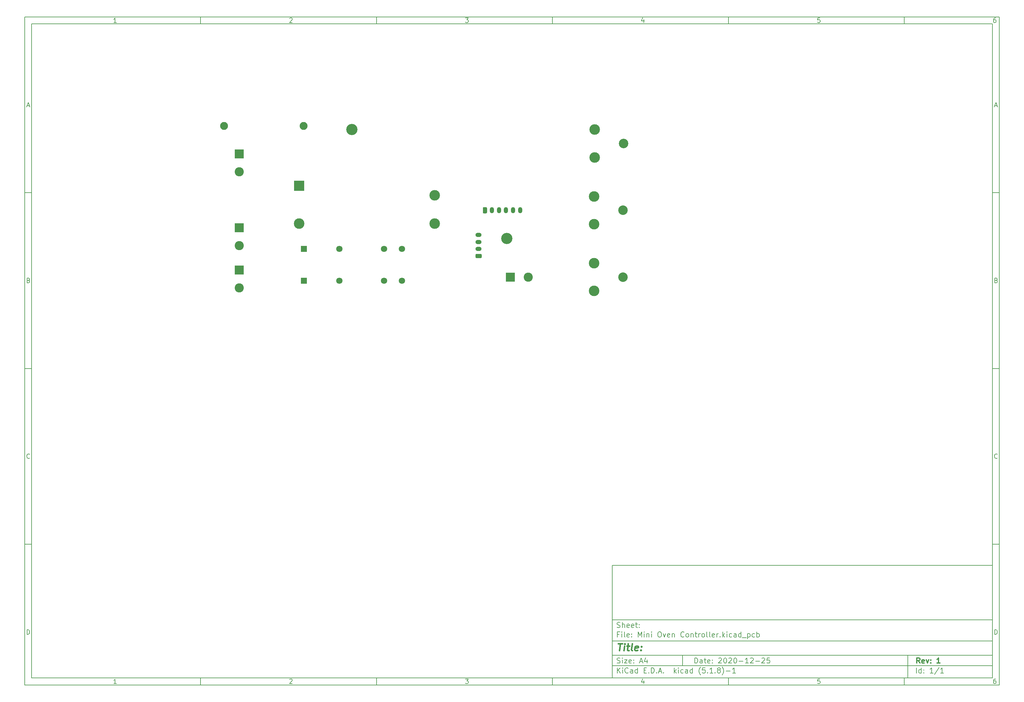
<source format=gbr>
G04 #@! TF.GenerationSoftware,KiCad,Pcbnew,(5.1.8)-1*
G04 #@! TF.CreationDate,2021-02-06T17:47:37+00:00*
G04 #@! TF.ProjectId,Mini Oven Controller,4d696e69-204f-4766-956e-20436f6e7472,1*
G04 #@! TF.SameCoordinates,Original*
G04 #@! TF.FileFunction,Soldermask,Bot*
G04 #@! TF.FilePolarity,Negative*
%FSLAX46Y46*%
G04 Gerber Fmt 4.6, Leading zero omitted, Abs format (unit mm)*
G04 Created by KiCad (PCBNEW (5.1.8)-1) date 2021-02-06 17:47:37*
%MOMM*%
%LPD*%
G01*
G04 APERTURE LIST*
%ADD10C,0.100000*%
%ADD11C,0.150000*%
%ADD12C,0.300000*%
%ADD13C,0.400000*%
%ADD14C,2.250000*%
%ADD15R,1.800000X1.800000*%
%ADD16C,1.800000*%
%ADD17C,3.000000*%
%ADD18C,2.700000*%
%ADD19R,2.600000X2.600000*%
%ADD20C,2.600000*%
%ADD21R,3.000000X3.000000*%
%ADD22C,3.200000*%
%ADD23O,1.200000X1.750000*%
%ADD24O,1.750000X1.200000*%
G04 APERTURE END LIST*
D10*
D11*
X177002200Y-166007200D02*
X177002200Y-198007200D01*
X285002200Y-198007200D01*
X285002200Y-166007200D01*
X177002200Y-166007200D01*
D10*
D11*
X10000000Y-10000000D02*
X10000000Y-200007200D01*
X287002200Y-200007200D01*
X287002200Y-10000000D01*
X10000000Y-10000000D01*
D10*
D11*
X12000000Y-12000000D02*
X12000000Y-198007200D01*
X285002200Y-198007200D01*
X285002200Y-12000000D01*
X12000000Y-12000000D01*
D10*
D11*
X60000000Y-12000000D02*
X60000000Y-10000000D01*
D10*
D11*
X110000000Y-12000000D02*
X110000000Y-10000000D01*
D10*
D11*
X160000000Y-12000000D02*
X160000000Y-10000000D01*
D10*
D11*
X210000000Y-12000000D02*
X210000000Y-10000000D01*
D10*
D11*
X260000000Y-12000000D02*
X260000000Y-10000000D01*
D10*
D11*
X36065476Y-11588095D02*
X35322619Y-11588095D01*
X35694047Y-11588095D02*
X35694047Y-10288095D01*
X35570238Y-10473809D01*
X35446428Y-10597619D01*
X35322619Y-10659523D01*
D10*
D11*
X85322619Y-10411904D02*
X85384523Y-10350000D01*
X85508333Y-10288095D01*
X85817857Y-10288095D01*
X85941666Y-10350000D01*
X86003571Y-10411904D01*
X86065476Y-10535714D01*
X86065476Y-10659523D01*
X86003571Y-10845238D01*
X85260714Y-11588095D01*
X86065476Y-11588095D01*
D10*
D11*
X135260714Y-10288095D02*
X136065476Y-10288095D01*
X135632142Y-10783333D01*
X135817857Y-10783333D01*
X135941666Y-10845238D01*
X136003571Y-10907142D01*
X136065476Y-11030952D01*
X136065476Y-11340476D01*
X136003571Y-11464285D01*
X135941666Y-11526190D01*
X135817857Y-11588095D01*
X135446428Y-11588095D01*
X135322619Y-11526190D01*
X135260714Y-11464285D01*
D10*
D11*
X185941666Y-10721428D02*
X185941666Y-11588095D01*
X185632142Y-10226190D02*
X185322619Y-11154761D01*
X186127380Y-11154761D01*
D10*
D11*
X236003571Y-10288095D02*
X235384523Y-10288095D01*
X235322619Y-10907142D01*
X235384523Y-10845238D01*
X235508333Y-10783333D01*
X235817857Y-10783333D01*
X235941666Y-10845238D01*
X236003571Y-10907142D01*
X236065476Y-11030952D01*
X236065476Y-11340476D01*
X236003571Y-11464285D01*
X235941666Y-11526190D01*
X235817857Y-11588095D01*
X235508333Y-11588095D01*
X235384523Y-11526190D01*
X235322619Y-11464285D01*
D10*
D11*
X285941666Y-10288095D02*
X285694047Y-10288095D01*
X285570238Y-10350000D01*
X285508333Y-10411904D01*
X285384523Y-10597619D01*
X285322619Y-10845238D01*
X285322619Y-11340476D01*
X285384523Y-11464285D01*
X285446428Y-11526190D01*
X285570238Y-11588095D01*
X285817857Y-11588095D01*
X285941666Y-11526190D01*
X286003571Y-11464285D01*
X286065476Y-11340476D01*
X286065476Y-11030952D01*
X286003571Y-10907142D01*
X285941666Y-10845238D01*
X285817857Y-10783333D01*
X285570238Y-10783333D01*
X285446428Y-10845238D01*
X285384523Y-10907142D01*
X285322619Y-11030952D01*
D10*
D11*
X60000000Y-198007200D02*
X60000000Y-200007200D01*
D10*
D11*
X110000000Y-198007200D02*
X110000000Y-200007200D01*
D10*
D11*
X160000000Y-198007200D02*
X160000000Y-200007200D01*
D10*
D11*
X210000000Y-198007200D02*
X210000000Y-200007200D01*
D10*
D11*
X260000000Y-198007200D02*
X260000000Y-200007200D01*
D10*
D11*
X36065476Y-199595295D02*
X35322619Y-199595295D01*
X35694047Y-199595295D02*
X35694047Y-198295295D01*
X35570238Y-198481009D01*
X35446428Y-198604819D01*
X35322619Y-198666723D01*
D10*
D11*
X85322619Y-198419104D02*
X85384523Y-198357200D01*
X85508333Y-198295295D01*
X85817857Y-198295295D01*
X85941666Y-198357200D01*
X86003571Y-198419104D01*
X86065476Y-198542914D01*
X86065476Y-198666723D01*
X86003571Y-198852438D01*
X85260714Y-199595295D01*
X86065476Y-199595295D01*
D10*
D11*
X135260714Y-198295295D02*
X136065476Y-198295295D01*
X135632142Y-198790533D01*
X135817857Y-198790533D01*
X135941666Y-198852438D01*
X136003571Y-198914342D01*
X136065476Y-199038152D01*
X136065476Y-199347676D01*
X136003571Y-199471485D01*
X135941666Y-199533390D01*
X135817857Y-199595295D01*
X135446428Y-199595295D01*
X135322619Y-199533390D01*
X135260714Y-199471485D01*
D10*
D11*
X185941666Y-198728628D02*
X185941666Y-199595295D01*
X185632142Y-198233390D02*
X185322619Y-199161961D01*
X186127380Y-199161961D01*
D10*
D11*
X236003571Y-198295295D02*
X235384523Y-198295295D01*
X235322619Y-198914342D01*
X235384523Y-198852438D01*
X235508333Y-198790533D01*
X235817857Y-198790533D01*
X235941666Y-198852438D01*
X236003571Y-198914342D01*
X236065476Y-199038152D01*
X236065476Y-199347676D01*
X236003571Y-199471485D01*
X235941666Y-199533390D01*
X235817857Y-199595295D01*
X235508333Y-199595295D01*
X235384523Y-199533390D01*
X235322619Y-199471485D01*
D10*
D11*
X285941666Y-198295295D02*
X285694047Y-198295295D01*
X285570238Y-198357200D01*
X285508333Y-198419104D01*
X285384523Y-198604819D01*
X285322619Y-198852438D01*
X285322619Y-199347676D01*
X285384523Y-199471485D01*
X285446428Y-199533390D01*
X285570238Y-199595295D01*
X285817857Y-199595295D01*
X285941666Y-199533390D01*
X286003571Y-199471485D01*
X286065476Y-199347676D01*
X286065476Y-199038152D01*
X286003571Y-198914342D01*
X285941666Y-198852438D01*
X285817857Y-198790533D01*
X285570238Y-198790533D01*
X285446428Y-198852438D01*
X285384523Y-198914342D01*
X285322619Y-199038152D01*
D10*
D11*
X10000000Y-60000000D02*
X12000000Y-60000000D01*
D10*
D11*
X10000000Y-110000000D02*
X12000000Y-110000000D01*
D10*
D11*
X10000000Y-160000000D02*
X12000000Y-160000000D01*
D10*
D11*
X10690476Y-35216666D02*
X11309523Y-35216666D01*
X10566666Y-35588095D02*
X11000000Y-34288095D01*
X11433333Y-35588095D01*
D10*
D11*
X11092857Y-84907142D02*
X11278571Y-84969047D01*
X11340476Y-85030952D01*
X11402380Y-85154761D01*
X11402380Y-85340476D01*
X11340476Y-85464285D01*
X11278571Y-85526190D01*
X11154761Y-85588095D01*
X10659523Y-85588095D01*
X10659523Y-84288095D01*
X11092857Y-84288095D01*
X11216666Y-84350000D01*
X11278571Y-84411904D01*
X11340476Y-84535714D01*
X11340476Y-84659523D01*
X11278571Y-84783333D01*
X11216666Y-84845238D01*
X11092857Y-84907142D01*
X10659523Y-84907142D01*
D10*
D11*
X11402380Y-135464285D02*
X11340476Y-135526190D01*
X11154761Y-135588095D01*
X11030952Y-135588095D01*
X10845238Y-135526190D01*
X10721428Y-135402380D01*
X10659523Y-135278571D01*
X10597619Y-135030952D01*
X10597619Y-134845238D01*
X10659523Y-134597619D01*
X10721428Y-134473809D01*
X10845238Y-134350000D01*
X11030952Y-134288095D01*
X11154761Y-134288095D01*
X11340476Y-134350000D01*
X11402380Y-134411904D01*
D10*
D11*
X10659523Y-185588095D02*
X10659523Y-184288095D01*
X10969047Y-184288095D01*
X11154761Y-184350000D01*
X11278571Y-184473809D01*
X11340476Y-184597619D01*
X11402380Y-184845238D01*
X11402380Y-185030952D01*
X11340476Y-185278571D01*
X11278571Y-185402380D01*
X11154761Y-185526190D01*
X10969047Y-185588095D01*
X10659523Y-185588095D01*
D10*
D11*
X287002200Y-60000000D02*
X285002200Y-60000000D01*
D10*
D11*
X287002200Y-110000000D02*
X285002200Y-110000000D01*
D10*
D11*
X287002200Y-160000000D02*
X285002200Y-160000000D01*
D10*
D11*
X285692676Y-35216666D02*
X286311723Y-35216666D01*
X285568866Y-35588095D02*
X286002200Y-34288095D01*
X286435533Y-35588095D01*
D10*
D11*
X286095057Y-84907142D02*
X286280771Y-84969047D01*
X286342676Y-85030952D01*
X286404580Y-85154761D01*
X286404580Y-85340476D01*
X286342676Y-85464285D01*
X286280771Y-85526190D01*
X286156961Y-85588095D01*
X285661723Y-85588095D01*
X285661723Y-84288095D01*
X286095057Y-84288095D01*
X286218866Y-84350000D01*
X286280771Y-84411904D01*
X286342676Y-84535714D01*
X286342676Y-84659523D01*
X286280771Y-84783333D01*
X286218866Y-84845238D01*
X286095057Y-84907142D01*
X285661723Y-84907142D01*
D10*
D11*
X286404580Y-135464285D02*
X286342676Y-135526190D01*
X286156961Y-135588095D01*
X286033152Y-135588095D01*
X285847438Y-135526190D01*
X285723628Y-135402380D01*
X285661723Y-135278571D01*
X285599819Y-135030952D01*
X285599819Y-134845238D01*
X285661723Y-134597619D01*
X285723628Y-134473809D01*
X285847438Y-134350000D01*
X286033152Y-134288095D01*
X286156961Y-134288095D01*
X286342676Y-134350000D01*
X286404580Y-134411904D01*
D10*
D11*
X285661723Y-185588095D02*
X285661723Y-184288095D01*
X285971247Y-184288095D01*
X286156961Y-184350000D01*
X286280771Y-184473809D01*
X286342676Y-184597619D01*
X286404580Y-184845238D01*
X286404580Y-185030952D01*
X286342676Y-185278571D01*
X286280771Y-185402380D01*
X286156961Y-185526190D01*
X285971247Y-185588095D01*
X285661723Y-185588095D01*
D10*
D11*
X200434342Y-193785771D02*
X200434342Y-192285771D01*
X200791485Y-192285771D01*
X201005771Y-192357200D01*
X201148628Y-192500057D01*
X201220057Y-192642914D01*
X201291485Y-192928628D01*
X201291485Y-193142914D01*
X201220057Y-193428628D01*
X201148628Y-193571485D01*
X201005771Y-193714342D01*
X200791485Y-193785771D01*
X200434342Y-193785771D01*
X202577200Y-193785771D02*
X202577200Y-193000057D01*
X202505771Y-192857200D01*
X202362914Y-192785771D01*
X202077200Y-192785771D01*
X201934342Y-192857200D01*
X202577200Y-193714342D02*
X202434342Y-193785771D01*
X202077200Y-193785771D01*
X201934342Y-193714342D01*
X201862914Y-193571485D01*
X201862914Y-193428628D01*
X201934342Y-193285771D01*
X202077200Y-193214342D01*
X202434342Y-193214342D01*
X202577200Y-193142914D01*
X203077200Y-192785771D02*
X203648628Y-192785771D01*
X203291485Y-192285771D02*
X203291485Y-193571485D01*
X203362914Y-193714342D01*
X203505771Y-193785771D01*
X203648628Y-193785771D01*
X204720057Y-193714342D02*
X204577200Y-193785771D01*
X204291485Y-193785771D01*
X204148628Y-193714342D01*
X204077200Y-193571485D01*
X204077200Y-193000057D01*
X204148628Y-192857200D01*
X204291485Y-192785771D01*
X204577200Y-192785771D01*
X204720057Y-192857200D01*
X204791485Y-193000057D01*
X204791485Y-193142914D01*
X204077200Y-193285771D01*
X205434342Y-193642914D02*
X205505771Y-193714342D01*
X205434342Y-193785771D01*
X205362914Y-193714342D01*
X205434342Y-193642914D01*
X205434342Y-193785771D01*
X205434342Y-192857200D02*
X205505771Y-192928628D01*
X205434342Y-193000057D01*
X205362914Y-192928628D01*
X205434342Y-192857200D01*
X205434342Y-193000057D01*
X207220057Y-192428628D02*
X207291485Y-192357200D01*
X207434342Y-192285771D01*
X207791485Y-192285771D01*
X207934342Y-192357200D01*
X208005771Y-192428628D01*
X208077200Y-192571485D01*
X208077200Y-192714342D01*
X208005771Y-192928628D01*
X207148628Y-193785771D01*
X208077200Y-193785771D01*
X209005771Y-192285771D02*
X209148628Y-192285771D01*
X209291485Y-192357200D01*
X209362914Y-192428628D01*
X209434342Y-192571485D01*
X209505771Y-192857200D01*
X209505771Y-193214342D01*
X209434342Y-193500057D01*
X209362914Y-193642914D01*
X209291485Y-193714342D01*
X209148628Y-193785771D01*
X209005771Y-193785771D01*
X208862914Y-193714342D01*
X208791485Y-193642914D01*
X208720057Y-193500057D01*
X208648628Y-193214342D01*
X208648628Y-192857200D01*
X208720057Y-192571485D01*
X208791485Y-192428628D01*
X208862914Y-192357200D01*
X209005771Y-192285771D01*
X210077200Y-192428628D02*
X210148628Y-192357200D01*
X210291485Y-192285771D01*
X210648628Y-192285771D01*
X210791485Y-192357200D01*
X210862914Y-192428628D01*
X210934342Y-192571485D01*
X210934342Y-192714342D01*
X210862914Y-192928628D01*
X210005771Y-193785771D01*
X210934342Y-193785771D01*
X211862914Y-192285771D02*
X212005771Y-192285771D01*
X212148628Y-192357200D01*
X212220057Y-192428628D01*
X212291485Y-192571485D01*
X212362914Y-192857200D01*
X212362914Y-193214342D01*
X212291485Y-193500057D01*
X212220057Y-193642914D01*
X212148628Y-193714342D01*
X212005771Y-193785771D01*
X211862914Y-193785771D01*
X211720057Y-193714342D01*
X211648628Y-193642914D01*
X211577200Y-193500057D01*
X211505771Y-193214342D01*
X211505771Y-192857200D01*
X211577200Y-192571485D01*
X211648628Y-192428628D01*
X211720057Y-192357200D01*
X211862914Y-192285771D01*
X213005771Y-193214342D02*
X214148628Y-193214342D01*
X215648628Y-193785771D02*
X214791485Y-193785771D01*
X215220057Y-193785771D02*
X215220057Y-192285771D01*
X215077200Y-192500057D01*
X214934342Y-192642914D01*
X214791485Y-192714342D01*
X216220057Y-192428628D02*
X216291485Y-192357200D01*
X216434342Y-192285771D01*
X216791485Y-192285771D01*
X216934342Y-192357200D01*
X217005771Y-192428628D01*
X217077200Y-192571485D01*
X217077200Y-192714342D01*
X217005771Y-192928628D01*
X216148628Y-193785771D01*
X217077200Y-193785771D01*
X217720057Y-193214342D02*
X218862914Y-193214342D01*
X219505771Y-192428628D02*
X219577200Y-192357200D01*
X219720057Y-192285771D01*
X220077200Y-192285771D01*
X220220057Y-192357200D01*
X220291485Y-192428628D01*
X220362914Y-192571485D01*
X220362914Y-192714342D01*
X220291485Y-192928628D01*
X219434342Y-193785771D01*
X220362914Y-193785771D01*
X221720057Y-192285771D02*
X221005771Y-192285771D01*
X220934342Y-193000057D01*
X221005771Y-192928628D01*
X221148628Y-192857200D01*
X221505771Y-192857200D01*
X221648628Y-192928628D01*
X221720057Y-193000057D01*
X221791485Y-193142914D01*
X221791485Y-193500057D01*
X221720057Y-193642914D01*
X221648628Y-193714342D01*
X221505771Y-193785771D01*
X221148628Y-193785771D01*
X221005771Y-193714342D01*
X220934342Y-193642914D01*
D10*
D11*
X177002200Y-194507200D02*
X285002200Y-194507200D01*
D10*
D11*
X178434342Y-196585771D02*
X178434342Y-195085771D01*
X179291485Y-196585771D02*
X178648628Y-195728628D01*
X179291485Y-195085771D02*
X178434342Y-195942914D01*
X179934342Y-196585771D02*
X179934342Y-195585771D01*
X179934342Y-195085771D02*
X179862914Y-195157200D01*
X179934342Y-195228628D01*
X180005771Y-195157200D01*
X179934342Y-195085771D01*
X179934342Y-195228628D01*
X181505771Y-196442914D02*
X181434342Y-196514342D01*
X181220057Y-196585771D01*
X181077200Y-196585771D01*
X180862914Y-196514342D01*
X180720057Y-196371485D01*
X180648628Y-196228628D01*
X180577200Y-195942914D01*
X180577200Y-195728628D01*
X180648628Y-195442914D01*
X180720057Y-195300057D01*
X180862914Y-195157200D01*
X181077200Y-195085771D01*
X181220057Y-195085771D01*
X181434342Y-195157200D01*
X181505771Y-195228628D01*
X182791485Y-196585771D02*
X182791485Y-195800057D01*
X182720057Y-195657200D01*
X182577200Y-195585771D01*
X182291485Y-195585771D01*
X182148628Y-195657200D01*
X182791485Y-196514342D02*
X182648628Y-196585771D01*
X182291485Y-196585771D01*
X182148628Y-196514342D01*
X182077200Y-196371485D01*
X182077200Y-196228628D01*
X182148628Y-196085771D01*
X182291485Y-196014342D01*
X182648628Y-196014342D01*
X182791485Y-195942914D01*
X184148628Y-196585771D02*
X184148628Y-195085771D01*
X184148628Y-196514342D02*
X184005771Y-196585771D01*
X183720057Y-196585771D01*
X183577200Y-196514342D01*
X183505771Y-196442914D01*
X183434342Y-196300057D01*
X183434342Y-195871485D01*
X183505771Y-195728628D01*
X183577200Y-195657200D01*
X183720057Y-195585771D01*
X184005771Y-195585771D01*
X184148628Y-195657200D01*
X186005771Y-195800057D02*
X186505771Y-195800057D01*
X186720057Y-196585771D02*
X186005771Y-196585771D01*
X186005771Y-195085771D01*
X186720057Y-195085771D01*
X187362914Y-196442914D02*
X187434342Y-196514342D01*
X187362914Y-196585771D01*
X187291485Y-196514342D01*
X187362914Y-196442914D01*
X187362914Y-196585771D01*
X188077200Y-196585771D02*
X188077200Y-195085771D01*
X188434342Y-195085771D01*
X188648628Y-195157200D01*
X188791485Y-195300057D01*
X188862914Y-195442914D01*
X188934342Y-195728628D01*
X188934342Y-195942914D01*
X188862914Y-196228628D01*
X188791485Y-196371485D01*
X188648628Y-196514342D01*
X188434342Y-196585771D01*
X188077200Y-196585771D01*
X189577200Y-196442914D02*
X189648628Y-196514342D01*
X189577200Y-196585771D01*
X189505771Y-196514342D01*
X189577200Y-196442914D01*
X189577200Y-196585771D01*
X190220057Y-196157200D02*
X190934342Y-196157200D01*
X190077200Y-196585771D02*
X190577200Y-195085771D01*
X191077200Y-196585771D01*
X191577200Y-196442914D02*
X191648628Y-196514342D01*
X191577200Y-196585771D01*
X191505771Y-196514342D01*
X191577200Y-196442914D01*
X191577200Y-196585771D01*
X194577200Y-196585771D02*
X194577200Y-195085771D01*
X194720057Y-196014342D02*
X195148628Y-196585771D01*
X195148628Y-195585771D02*
X194577200Y-196157200D01*
X195791485Y-196585771D02*
X195791485Y-195585771D01*
X195791485Y-195085771D02*
X195720057Y-195157200D01*
X195791485Y-195228628D01*
X195862914Y-195157200D01*
X195791485Y-195085771D01*
X195791485Y-195228628D01*
X197148628Y-196514342D02*
X197005771Y-196585771D01*
X196720057Y-196585771D01*
X196577200Y-196514342D01*
X196505771Y-196442914D01*
X196434342Y-196300057D01*
X196434342Y-195871485D01*
X196505771Y-195728628D01*
X196577200Y-195657200D01*
X196720057Y-195585771D01*
X197005771Y-195585771D01*
X197148628Y-195657200D01*
X198434342Y-196585771D02*
X198434342Y-195800057D01*
X198362914Y-195657200D01*
X198220057Y-195585771D01*
X197934342Y-195585771D01*
X197791485Y-195657200D01*
X198434342Y-196514342D02*
X198291485Y-196585771D01*
X197934342Y-196585771D01*
X197791485Y-196514342D01*
X197720057Y-196371485D01*
X197720057Y-196228628D01*
X197791485Y-196085771D01*
X197934342Y-196014342D01*
X198291485Y-196014342D01*
X198434342Y-195942914D01*
X199791485Y-196585771D02*
X199791485Y-195085771D01*
X199791485Y-196514342D02*
X199648628Y-196585771D01*
X199362914Y-196585771D01*
X199220057Y-196514342D01*
X199148628Y-196442914D01*
X199077200Y-196300057D01*
X199077200Y-195871485D01*
X199148628Y-195728628D01*
X199220057Y-195657200D01*
X199362914Y-195585771D01*
X199648628Y-195585771D01*
X199791485Y-195657200D01*
X202077200Y-197157200D02*
X202005771Y-197085771D01*
X201862914Y-196871485D01*
X201791485Y-196728628D01*
X201720057Y-196514342D01*
X201648628Y-196157200D01*
X201648628Y-195871485D01*
X201720057Y-195514342D01*
X201791485Y-195300057D01*
X201862914Y-195157200D01*
X202005771Y-194942914D01*
X202077200Y-194871485D01*
X203362914Y-195085771D02*
X202648628Y-195085771D01*
X202577200Y-195800057D01*
X202648628Y-195728628D01*
X202791485Y-195657200D01*
X203148628Y-195657200D01*
X203291485Y-195728628D01*
X203362914Y-195800057D01*
X203434342Y-195942914D01*
X203434342Y-196300057D01*
X203362914Y-196442914D01*
X203291485Y-196514342D01*
X203148628Y-196585771D01*
X202791485Y-196585771D01*
X202648628Y-196514342D01*
X202577200Y-196442914D01*
X204077200Y-196442914D02*
X204148628Y-196514342D01*
X204077200Y-196585771D01*
X204005771Y-196514342D01*
X204077200Y-196442914D01*
X204077200Y-196585771D01*
X205577200Y-196585771D02*
X204720057Y-196585771D01*
X205148628Y-196585771D02*
X205148628Y-195085771D01*
X205005771Y-195300057D01*
X204862914Y-195442914D01*
X204720057Y-195514342D01*
X206220057Y-196442914D02*
X206291485Y-196514342D01*
X206220057Y-196585771D01*
X206148628Y-196514342D01*
X206220057Y-196442914D01*
X206220057Y-196585771D01*
X207148628Y-195728628D02*
X207005771Y-195657200D01*
X206934342Y-195585771D01*
X206862914Y-195442914D01*
X206862914Y-195371485D01*
X206934342Y-195228628D01*
X207005771Y-195157200D01*
X207148628Y-195085771D01*
X207434342Y-195085771D01*
X207577200Y-195157200D01*
X207648628Y-195228628D01*
X207720057Y-195371485D01*
X207720057Y-195442914D01*
X207648628Y-195585771D01*
X207577200Y-195657200D01*
X207434342Y-195728628D01*
X207148628Y-195728628D01*
X207005771Y-195800057D01*
X206934342Y-195871485D01*
X206862914Y-196014342D01*
X206862914Y-196300057D01*
X206934342Y-196442914D01*
X207005771Y-196514342D01*
X207148628Y-196585771D01*
X207434342Y-196585771D01*
X207577200Y-196514342D01*
X207648628Y-196442914D01*
X207720057Y-196300057D01*
X207720057Y-196014342D01*
X207648628Y-195871485D01*
X207577200Y-195800057D01*
X207434342Y-195728628D01*
X208220057Y-197157200D02*
X208291485Y-197085771D01*
X208434342Y-196871485D01*
X208505771Y-196728628D01*
X208577200Y-196514342D01*
X208648628Y-196157200D01*
X208648628Y-195871485D01*
X208577200Y-195514342D01*
X208505771Y-195300057D01*
X208434342Y-195157200D01*
X208291485Y-194942914D01*
X208220057Y-194871485D01*
X209362914Y-196014342D02*
X210505771Y-196014342D01*
X212005771Y-196585771D02*
X211148628Y-196585771D01*
X211577200Y-196585771D02*
X211577200Y-195085771D01*
X211434342Y-195300057D01*
X211291485Y-195442914D01*
X211148628Y-195514342D01*
D10*
D11*
X177002200Y-191507200D02*
X285002200Y-191507200D01*
D10*
D12*
X264411485Y-193785771D02*
X263911485Y-193071485D01*
X263554342Y-193785771D02*
X263554342Y-192285771D01*
X264125771Y-192285771D01*
X264268628Y-192357200D01*
X264340057Y-192428628D01*
X264411485Y-192571485D01*
X264411485Y-192785771D01*
X264340057Y-192928628D01*
X264268628Y-193000057D01*
X264125771Y-193071485D01*
X263554342Y-193071485D01*
X265625771Y-193714342D02*
X265482914Y-193785771D01*
X265197200Y-193785771D01*
X265054342Y-193714342D01*
X264982914Y-193571485D01*
X264982914Y-193000057D01*
X265054342Y-192857200D01*
X265197200Y-192785771D01*
X265482914Y-192785771D01*
X265625771Y-192857200D01*
X265697200Y-193000057D01*
X265697200Y-193142914D01*
X264982914Y-193285771D01*
X266197200Y-192785771D02*
X266554342Y-193785771D01*
X266911485Y-192785771D01*
X267482914Y-193642914D02*
X267554342Y-193714342D01*
X267482914Y-193785771D01*
X267411485Y-193714342D01*
X267482914Y-193642914D01*
X267482914Y-193785771D01*
X267482914Y-192857200D02*
X267554342Y-192928628D01*
X267482914Y-193000057D01*
X267411485Y-192928628D01*
X267482914Y-192857200D01*
X267482914Y-193000057D01*
X270125771Y-193785771D02*
X269268628Y-193785771D01*
X269697200Y-193785771D02*
X269697200Y-192285771D01*
X269554342Y-192500057D01*
X269411485Y-192642914D01*
X269268628Y-192714342D01*
D10*
D11*
X178362914Y-193714342D02*
X178577200Y-193785771D01*
X178934342Y-193785771D01*
X179077200Y-193714342D01*
X179148628Y-193642914D01*
X179220057Y-193500057D01*
X179220057Y-193357200D01*
X179148628Y-193214342D01*
X179077200Y-193142914D01*
X178934342Y-193071485D01*
X178648628Y-193000057D01*
X178505771Y-192928628D01*
X178434342Y-192857200D01*
X178362914Y-192714342D01*
X178362914Y-192571485D01*
X178434342Y-192428628D01*
X178505771Y-192357200D01*
X178648628Y-192285771D01*
X179005771Y-192285771D01*
X179220057Y-192357200D01*
X179862914Y-193785771D02*
X179862914Y-192785771D01*
X179862914Y-192285771D02*
X179791485Y-192357200D01*
X179862914Y-192428628D01*
X179934342Y-192357200D01*
X179862914Y-192285771D01*
X179862914Y-192428628D01*
X180434342Y-192785771D02*
X181220057Y-192785771D01*
X180434342Y-193785771D01*
X181220057Y-193785771D01*
X182362914Y-193714342D02*
X182220057Y-193785771D01*
X181934342Y-193785771D01*
X181791485Y-193714342D01*
X181720057Y-193571485D01*
X181720057Y-193000057D01*
X181791485Y-192857200D01*
X181934342Y-192785771D01*
X182220057Y-192785771D01*
X182362914Y-192857200D01*
X182434342Y-193000057D01*
X182434342Y-193142914D01*
X181720057Y-193285771D01*
X183077200Y-193642914D02*
X183148628Y-193714342D01*
X183077200Y-193785771D01*
X183005771Y-193714342D01*
X183077200Y-193642914D01*
X183077200Y-193785771D01*
X183077200Y-192857200D02*
X183148628Y-192928628D01*
X183077200Y-193000057D01*
X183005771Y-192928628D01*
X183077200Y-192857200D01*
X183077200Y-193000057D01*
X184862914Y-193357200D02*
X185577200Y-193357200D01*
X184720057Y-193785771D02*
X185220057Y-192285771D01*
X185720057Y-193785771D01*
X186862914Y-192785771D02*
X186862914Y-193785771D01*
X186505771Y-192214342D02*
X186148628Y-193285771D01*
X187077200Y-193285771D01*
D10*
D11*
X263434342Y-196585771D02*
X263434342Y-195085771D01*
X264791485Y-196585771D02*
X264791485Y-195085771D01*
X264791485Y-196514342D02*
X264648628Y-196585771D01*
X264362914Y-196585771D01*
X264220057Y-196514342D01*
X264148628Y-196442914D01*
X264077200Y-196300057D01*
X264077200Y-195871485D01*
X264148628Y-195728628D01*
X264220057Y-195657200D01*
X264362914Y-195585771D01*
X264648628Y-195585771D01*
X264791485Y-195657200D01*
X265505771Y-196442914D02*
X265577200Y-196514342D01*
X265505771Y-196585771D01*
X265434342Y-196514342D01*
X265505771Y-196442914D01*
X265505771Y-196585771D01*
X265505771Y-195657200D02*
X265577200Y-195728628D01*
X265505771Y-195800057D01*
X265434342Y-195728628D01*
X265505771Y-195657200D01*
X265505771Y-195800057D01*
X268148628Y-196585771D02*
X267291485Y-196585771D01*
X267720057Y-196585771D02*
X267720057Y-195085771D01*
X267577200Y-195300057D01*
X267434342Y-195442914D01*
X267291485Y-195514342D01*
X269862914Y-195014342D02*
X268577200Y-196942914D01*
X271148628Y-196585771D02*
X270291485Y-196585771D01*
X270720057Y-196585771D02*
X270720057Y-195085771D01*
X270577200Y-195300057D01*
X270434342Y-195442914D01*
X270291485Y-195514342D01*
D10*
D11*
X177002200Y-187507200D02*
X285002200Y-187507200D01*
D10*
D13*
X178714580Y-188211961D02*
X179857438Y-188211961D01*
X179036009Y-190211961D02*
X179286009Y-188211961D01*
X180274104Y-190211961D02*
X180440771Y-188878628D01*
X180524104Y-188211961D02*
X180416961Y-188307200D01*
X180500295Y-188402438D01*
X180607438Y-188307200D01*
X180524104Y-188211961D01*
X180500295Y-188402438D01*
X181107438Y-188878628D02*
X181869342Y-188878628D01*
X181476485Y-188211961D02*
X181262200Y-189926247D01*
X181333628Y-190116723D01*
X181512200Y-190211961D01*
X181702676Y-190211961D01*
X182655057Y-190211961D02*
X182476485Y-190116723D01*
X182405057Y-189926247D01*
X182619342Y-188211961D01*
X184190771Y-190116723D02*
X183988390Y-190211961D01*
X183607438Y-190211961D01*
X183428866Y-190116723D01*
X183357438Y-189926247D01*
X183452676Y-189164342D01*
X183571723Y-188973866D01*
X183774104Y-188878628D01*
X184155057Y-188878628D01*
X184333628Y-188973866D01*
X184405057Y-189164342D01*
X184381247Y-189354819D01*
X183405057Y-189545295D01*
X185155057Y-190021485D02*
X185238390Y-190116723D01*
X185131247Y-190211961D01*
X185047914Y-190116723D01*
X185155057Y-190021485D01*
X185131247Y-190211961D01*
X185286009Y-188973866D02*
X185369342Y-189069104D01*
X185262200Y-189164342D01*
X185178866Y-189069104D01*
X185286009Y-188973866D01*
X185262200Y-189164342D01*
D10*
D11*
X178934342Y-185600057D02*
X178434342Y-185600057D01*
X178434342Y-186385771D02*
X178434342Y-184885771D01*
X179148628Y-184885771D01*
X179720057Y-186385771D02*
X179720057Y-185385771D01*
X179720057Y-184885771D02*
X179648628Y-184957200D01*
X179720057Y-185028628D01*
X179791485Y-184957200D01*
X179720057Y-184885771D01*
X179720057Y-185028628D01*
X180648628Y-186385771D02*
X180505771Y-186314342D01*
X180434342Y-186171485D01*
X180434342Y-184885771D01*
X181791485Y-186314342D02*
X181648628Y-186385771D01*
X181362914Y-186385771D01*
X181220057Y-186314342D01*
X181148628Y-186171485D01*
X181148628Y-185600057D01*
X181220057Y-185457200D01*
X181362914Y-185385771D01*
X181648628Y-185385771D01*
X181791485Y-185457200D01*
X181862914Y-185600057D01*
X181862914Y-185742914D01*
X181148628Y-185885771D01*
X182505771Y-186242914D02*
X182577200Y-186314342D01*
X182505771Y-186385771D01*
X182434342Y-186314342D01*
X182505771Y-186242914D01*
X182505771Y-186385771D01*
X182505771Y-185457200D02*
X182577200Y-185528628D01*
X182505771Y-185600057D01*
X182434342Y-185528628D01*
X182505771Y-185457200D01*
X182505771Y-185600057D01*
X184362914Y-186385771D02*
X184362914Y-184885771D01*
X184862914Y-185957200D01*
X185362914Y-184885771D01*
X185362914Y-186385771D01*
X186077200Y-186385771D02*
X186077200Y-185385771D01*
X186077200Y-184885771D02*
X186005771Y-184957200D01*
X186077200Y-185028628D01*
X186148628Y-184957200D01*
X186077200Y-184885771D01*
X186077200Y-185028628D01*
X186791485Y-185385771D02*
X186791485Y-186385771D01*
X186791485Y-185528628D02*
X186862914Y-185457200D01*
X187005771Y-185385771D01*
X187220057Y-185385771D01*
X187362914Y-185457200D01*
X187434342Y-185600057D01*
X187434342Y-186385771D01*
X188148628Y-186385771D02*
X188148628Y-185385771D01*
X188148628Y-184885771D02*
X188077200Y-184957200D01*
X188148628Y-185028628D01*
X188220057Y-184957200D01*
X188148628Y-184885771D01*
X188148628Y-185028628D01*
X190291485Y-184885771D02*
X190577200Y-184885771D01*
X190720057Y-184957200D01*
X190862914Y-185100057D01*
X190934342Y-185385771D01*
X190934342Y-185885771D01*
X190862914Y-186171485D01*
X190720057Y-186314342D01*
X190577200Y-186385771D01*
X190291485Y-186385771D01*
X190148628Y-186314342D01*
X190005771Y-186171485D01*
X189934342Y-185885771D01*
X189934342Y-185385771D01*
X190005771Y-185100057D01*
X190148628Y-184957200D01*
X190291485Y-184885771D01*
X191434342Y-185385771D02*
X191791485Y-186385771D01*
X192148628Y-185385771D01*
X193291485Y-186314342D02*
X193148628Y-186385771D01*
X192862914Y-186385771D01*
X192720057Y-186314342D01*
X192648628Y-186171485D01*
X192648628Y-185600057D01*
X192720057Y-185457200D01*
X192862914Y-185385771D01*
X193148628Y-185385771D01*
X193291485Y-185457200D01*
X193362914Y-185600057D01*
X193362914Y-185742914D01*
X192648628Y-185885771D01*
X194005771Y-185385771D02*
X194005771Y-186385771D01*
X194005771Y-185528628D02*
X194077200Y-185457200D01*
X194220057Y-185385771D01*
X194434342Y-185385771D01*
X194577200Y-185457200D01*
X194648628Y-185600057D01*
X194648628Y-186385771D01*
X197362914Y-186242914D02*
X197291485Y-186314342D01*
X197077200Y-186385771D01*
X196934342Y-186385771D01*
X196720057Y-186314342D01*
X196577200Y-186171485D01*
X196505771Y-186028628D01*
X196434342Y-185742914D01*
X196434342Y-185528628D01*
X196505771Y-185242914D01*
X196577200Y-185100057D01*
X196720057Y-184957200D01*
X196934342Y-184885771D01*
X197077200Y-184885771D01*
X197291485Y-184957200D01*
X197362914Y-185028628D01*
X198220057Y-186385771D02*
X198077200Y-186314342D01*
X198005771Y-186242914D01*
X197934342Y-186100057D01*
X197934342Y-185671485D01*
X198005771Y-185528628D01*
X198077200Y-185457200D01*
X198220057Y-185385771D01*
X198434342Y-185385771D01*
X198577200Y-185457200D01*
X198648628Y-185528628D01*
X198720057Y-185671485D01*
X198720057Y-186100057D01*
X198648628Y-186242914D01*
X198577200Y-186314342D01*
X198434342Y-186385771D01*
X198220057Y-186385771D01*
X199362914Y-185385771D02*
X199362914Y-186385771D01*
X199362914Y-185528628D02*
X199434342Y-185457200D01*
X199577200Y-185385771D01*
X199791485Y-185385771D01*
X199934342Y-185457200D01*
X200005771Y-185600057D01*
X200005771Y-186385771D01*
X200505771Y-185385771D02*
X201077200Y-185385771D01*
X200720057Y-184885771D02*
X200720057Y-186171485D01*
X200791485Y-186314342D01*
X200934342Y-186385771D01*
X201077200Y-186385771D01*
X201577200Y-186385771D02*
X201577200Y-185385771D01*
X201577200Y-185671485D02*
X201648628Y-185528628D01*
X201720057Y-185457200D01*
X201862914Y-185385771D01*
X202005771Y-185385771D01*
X202720057Y-186385771D02*
X202577200Y-186314342D01*
X202505771Y-186242914D01*
X202434342Y-186100057D01*
X202434342Y-185671485D01*
X202505771Y-185528628D01*
X202577200Y-185457200D01*
X202720057Y-185385771D01*
X202934342Y-185385771D01*
X203077200Y-185457200D01*
X203148628Y-185528628D01*
X203220057Y-185671485D01*
X203220057Y-186100057D01*
X203148628Y-186242914D01*
X203077200Y-186314342D01*
X202934342Y-186385771D01*
X202720057Y-186385771D01*
X204077200Y-186385771D02*
X203934342Y-186314342D01*
X203862914Y-186171485D01*
X203862914Y-184885771D01*
X204862914Y-186385771D02*
X204720057Y-186314342D01*
X204648628Y-186171485D01*
X204648628Y-184885771D01*
X206005771Y-186314342D02*
X205862914Y-186385771D01*
X205577200Y-186385771D01*
X205434342Y-186314342D01*
X205362914Y-186171485D01*
X205362914Y-185600057D01*
X205434342Y-185457200D01*
X205577200Y-185385771D01*
X205862914Y-185385771D01*
X206005771Y-185457200D01*
X206077200Y-185600057D01*
X206077200Y-185742914D01*
X205362914Y-185885771D01*
X206720057Y-186385771D02*
X206720057Y-185385771D01*
X206720057Y-185671485D02*
X206791485Y-185528628D01*
X206862914Y-185457200D01*
X207005771Y-185385771D01*
X207148628Y-185385771D01*
X207648628Y-186242914D02*
X207720057Y-186314342D01*
X207648628Y-186385771D01*
X207577200Y-186314342D01*
X207648628Y-186242914D01*
X207648628Y-186385771D01*
X208362914Y-186385771D02*
X208362914Y-184885771D01*
X208505771Y-185814342D02*
X208934342Y-186385771D01*
X208934342Y-185385771D02*
X208362914Y-185957200D01*
X209577200Y-186385771D02*
X209577200Y-185385771D01*
X209577200Y-184885771D02*
X209505771Y-184957200D01*
X209577200Y-185028628D01*
X209648628Y-184957200D01*
X209577200Y-184885771D01*
X209577200Y-185028628D01*
X210934342Y-186314342D02*
X210791485Y-186385771D01*
X210505771Y-186385771D01*
X210362914Y-186314342D01*
X210291485Y-186242914D01*
X210220057Y-186100057D01*
X210220057Y-185671485D01*
X210291485Y-185528628D01*
X210362914Y-185457200D01*
X210505771Y-185385771D01*
X210791485Y-185385771D01*
X210934342Y-185457200D01*
X212220057Y-186385771D02*
X212220057Y-185600057D01*
X212148628Y-185457200D01*
X212005771Y-185385771D01*
X211720057Y-185385771D01*
X211577200Y-185457200D01*
X212220057Y-186314342D02*
X212077200Y-186385771D01*
X211720057Y-186385771D01*
X211577200Y-186314342D01*
X211505771Y-186171485D01*
X211505771Y-186028628D01*
X211577200Y-185885771D01*
X211720057Y-185814342D01*
X212077200Y-185814342D01*
X212220057Y-185742914D01*
X213577200Y-186385771D02*
X213577200Y-184885771D01*
X213577200Y-186314342D02*
X213434342Y-186385771D01*
X213148628Y-186385771D01*
X213005771Y-186314342D01*
X212934342Y-186242914D01*
X212862914Y-186100057D01*
X212862914Y-185671485D01*
X212934342Y-185528628D01*
X213005771Y-185457200D01*
X213148628Y-185385771D01*
X213434342Y-185385771D01*
X213577200Y-185457200D01*
X213934342Y-186528628D02*
X215077200Y-186528628D01*
X215434342Y-185385771D02*
X215434342Y-186885771D01*
X215434342Y-185457200D02*
X215577200Y-185385771D01*
X215862914Y-185385771D01*
X216005771Y-185457200D01*
X216077200Y-185528628D01*
X216148628Y-185671485D01*
X216148628Y-186100057D01*
X216077200Y-186242914D01*
X216005771Y-186314342D01*
X215862914Y-186385771D01*
X215577200Y-186385771D01*
X215434342Y-186314342D01*
X217434342Y-186314342D02*
X217291485Y-186385771D01*
X217005771Y-186385771D01*
X216862914Y-186314342D01*
X216791485Y-186242914D01*
X216720057Y-186100057D01*
X216720057Y-185671485D01*
X216791485Y-185528628D01*
X216862914Y-185457200D01*
X217005771Y-185385771D01*
X217291485Y-185385771D01*
X217434342Y-185457200D01*
X218077200Y-186385771D02*
X218077200Y-184885771D01*
X218077200Y-185457200D02*
X218220057Y-185385771D01*
X218505771Y-185385771D01*
X218648628Y-185457200D01*
X218720057Y-185528628D01*
X218791485Y-185671485D01*
X218791485Y-186100057D01*
X218720057Y-186242914D01*
X218648628Y-186314342D01*
X218505771Y-186385771D01*
X218220057Y-186385771D01*
X218077200Y-186314342D01*
D10*
D11*
X177002200Y-181507200D02*
X285002200Y-181507200D01*
D10*
D11*
X178362914Y-183614342D02*
X178577200Y-183685771D01*
X178934342Y-183685771D01*
X179077200Y-183614342D01*
X179148628Y-183542914D01*
X179220057Y-183400057D01*
X179220057Y-183257200D01*
X179148628Y-183114342D01*
X179077200Y-183042914D01*
X178934342Y-182971485D01*
X178648628Y-182900057D01*
X178505771Y-182828628D01*
X178434342Y-182757200D01*
X178362914Y-182614342D01*
X178362914Y-182471485D01*
X178434342Y-182328628D01*
X178505771Y-182257200D01*
X178648628Y-182185771D01*
X179005771Y-182185771D01*
X179220057Y-182257200D01*
X179862914Y-183685771D02*
X179862914Y-182185771D01*
X180505771Y-183685771D02*
X180505771Y-182900057D01*
X180434342Y-182757200D01*
X180291485Y-182685771D01*
X180077200Y-182685771D01*
X179934342Y-182757200D01*
X179862914Y-182828628D01*
X181791485Y-183614342D02*
X181648628Y-183685771D01*
X181362914Y-183685771D01*
X181220057Y-183614342D01*
X181148628Y-183471485D01*
X181148628Y-182900057D01*
X181220057Y-182757200D01*
X181362914Y-182685771D01*
X181648628Y-182685771D01*
X181791485Y-182757200D01*
X181862914Y-182900057D01*
X181862914Y-183042914D01*
X181148628Y-183185771D01*
X183077200Y-183614342D02*
X182934342Y-183685771D01*
X182648628Y-183685771D01*
X182505771Y-183614342D01*
X182434342Y-183471485D01*
X182434342Y-182900057D01*
X182505771Y-182757200D01*
X182648628Y-182685771D01*
X182934342Y-182685771D01*
X183077200Y-182757200D01*
X183148628Y-182900057D01*
X183148628Y-183042914D01*
X182434342Y-183185771D01*
X183577200Y-182685771D02*
X184148628Y-182685771D01*
X183791485Y-182185771D02*
X183791485Y-183471485D01*
X183862914Y-183614342D01*
X184005771Y-183685771D01*
X184148628Y-183685771D01*
X184648628Y-183542914D02*
X184720057Y-183614342D01*
X184648628Y-183685771D01*
X184577200Y-183614342D01*
X184648628Y-183542914D01*
X184648628Y-183685771D01*
X184648628Y-182757200D02*
X184720057Y-182828628D01*
X184648628Y-182900057D01*
X184577200Y-182828628D01*
X184648628Y-182757200D01*
X184648628Y-182900057D01*
D10*
D11*
X197002200Y-191507200D02*
X197002200Y-194507200D01*
D10*
D11*
X261002200Y-191507200D02*
X261002200Y-198007200D01*
D14*
G04 #@! TO.C,J4*
X89300000Y-41000000D03*
X66700000Y-41000000D03*
G04 #@! TD*
D15*
G04 #@! TO.C,U1*
X89350000Y-76000000D03*
D16*
X99450000Y-76000000D03*
X112150000Y-76000000D03*
X117250000Y-76000000D03*
G04 #@! TD*
D15*
G04 #@! TO.C,U2*
X89350000Y-85000000D03*
D16*
X99450000Y-85000000D03*
X112150000Y-85000000D03*
X117250000Y-85000000D03*
G04 #@! TD*
D17*
G04 #@! TO.C,J5*
X172022333Y-42050000D03*
X172022333Y-49950000D03*
D18*
X180232333Y-46000000D03*
G04 #@! TD*
D17*
G04 #@! TO.C,J6*
X171790000Y-61050000D03*
X171790000Y-68950000D03*
D18*
X180000000Y-65000000D03*
G04 #@! TD*
D17*
G04 #@! TO.C,J7*
X171790000Y-80050000D03*
X171790000Y-87950000D03*
D18*
X180000000Y-84000000D03*
G04 #@! TD*
D19*
G04 #@! TO.C,J1*
X71000000Y-49000000D03*
D20*
X71000000Y-54080000D03*
G04 #@! TD*
D19*
G04 #@! TO.C,J2*
X71000000Y-70000000D03*
D20*
X71000000Y-75080000D03*
G04 #@! TD*
G04 #@! TO.C,J3*
X71000000Y-87080000D03*
D19*
X71000000Y-82000000D03*
G04 #@! TD*
D17*
G04 #@! TO.C,PS1*
X126500000Y-68750000D03*
X88000000Y-68750000D03*
X126500000Y-60750000D03*
D21*
X88000000Y-58000000D03*
G04 #@! TD*
D22*
G04 #@! TO.C,H1*
X103000000Y-42000000D03*
G04 #@! TD*
G04 #@! TO.C,H2*
X147000000Y-73000000D03*
G04 #@! TD*
G04 #@! TO.C,J8*
G36*
G01*
X140200000Y-65625001D02*
X140200000Y-64374999D01*
G75*
G02*
X140449999Y-64125000I249999J0D01*
G01*
X141150001Y-64125000D01*
G75*
G02*
X141400000Y-64374999I0J-249999D01*
G01*
X141400000Y-65625001D01*
G75*
G02*
X141150001Y-65875000I-249999J0D01*
G01*
X140449999Y-65875000D01*
G75*
G02*
X140200000Y-65625001I0J249999D01*
G01*
G37*
D23*
X142800000Y-65000000D03*
X144800000Y-65000000D03*
X146800000Y-65000000D03*
X148800000Y-65000000D03*
X150800000Y-65000000D03*
G04 #@! TD*
G04 #@! TO.C,J9*
G36*
G01*
X139625001Y-78600000D02*
X138374999Y-78600000D01*
G75*
G02*
X138125000Y-78350001I0J249999D01*
G01*
X138125000Y-77649999D01*
G75*
G02*
X138374999Y-77400000I249999J0D01*
G01*
X139625001Y-77400000D01*
G75*
G02*
X139875000Y-77649999I0J-249999D01*
G01*
X139875000Y-78350001D01*
G75*
G02*
X139625001Y-78600000I-249999J0D01*
G01*
G37*
D24*
X139000000Y-76000000D03*
X139000000Y-74000000D03*
X139000000Y-72000000D03*
G04 #@! TD*
D19*
G04 #@! TO.C,J10*
X148000000Y-84000000D03*
D20*
X153080000Y-84000000D03*
G04 #@! TD*
M02*

</source>
